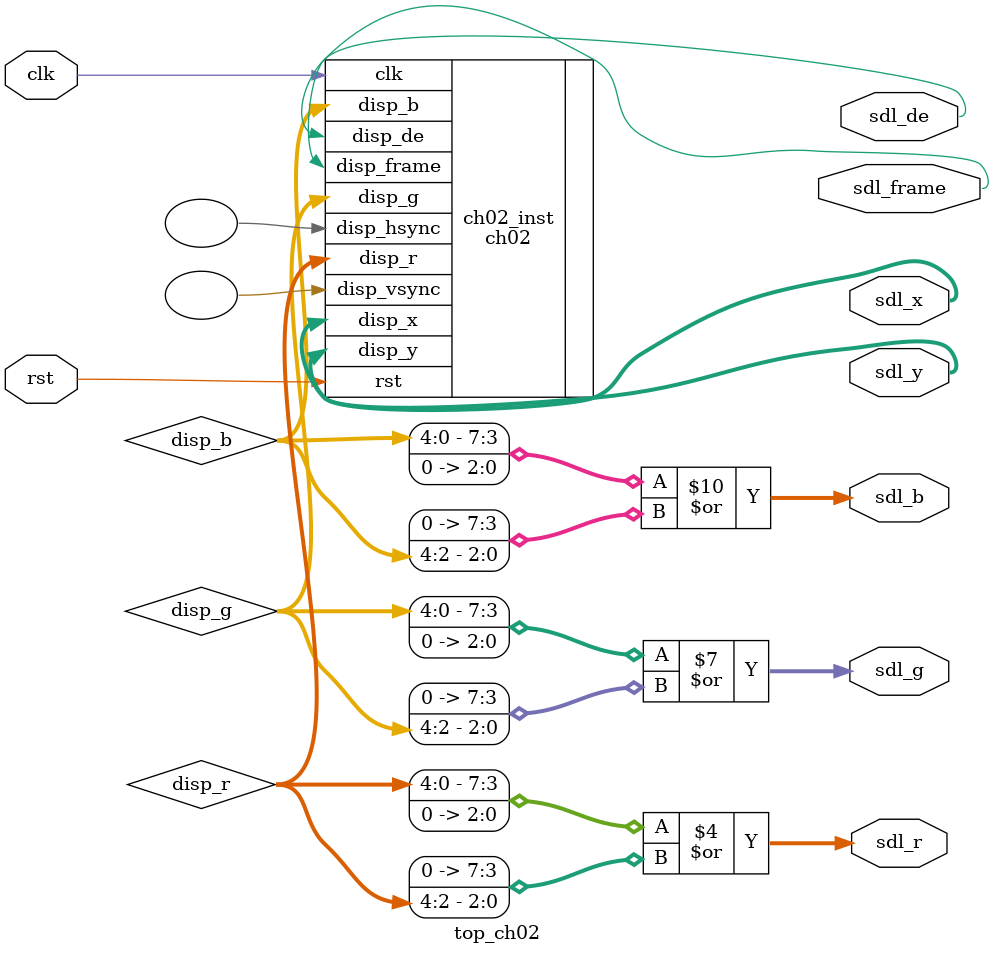
<source format=v>

`default_nettype none
`timescale 1ns / 1ps

module top_ch02 #(
    parameter BPC=5,           // system bits per colour channel
    parameter BPC_BOARD=8,     // board bits per colour channel
    parameter CORDW=16,        // signed coordinate width (bits)
    parameter DISPLAY_MODE=3,  // display mode 3: 672x384 (25 MHz)
    parameter BG_COLR='h0886   // background colour (RGB555)
    ) (
    input  wire clk,                      // sim clock
    input  wire rst,                      // sim reset
    output reg signed [CORDW-1:0] sdl_x,  // horizontal SDL position
    output reg signed [CORDW-1:0] sdl_y,  // vertical SDL position
    output reg sdl_de,                    // data enable (low in blanking interval)
    output reg sdl_frame,                 // high for one cycle at frame start
    output reg [BPC_BOARD-1:0] sdl_r,     // red video channel
    output reg [BPC_BOARD-1:0] sdl_g,     // green video channel
    output reg [BPC_BOARD-1:0] sdl_b      // blue video channel
    );

    localparam RES = "../../../res";  // resource path

    // 672x384 display with 336x192 4-bit canvas (crocus test)
    localparam FILE_BMAP  = {RES, "/bitmaps/crocus/crocus-336x192.mem"};
    localparam FILE_PAL   = {RES, "/bitmaps/crocus/crocus-336x192_palette.mem"};
    localparam CANV_BPP   = 4;        // bits per pixel (4=16 colour)
    localparam CANV_SCALE = 16'd2;    // scaling factor
    localparam WIN_WIDTH  = 16'd672;  // window width (pixel)
    localparam WIN_HEIGHT = 16'd384;  // window height (lines)
    localparam WIN_STARTX = 16'd0;    // window horizontal position (pixels)
    localparam WIN_STARTY = 16'd0;    // window vertical position (lines)

    // 672x384 display with 672x384 2-bit canvas (latency test)
    // localparam FILE_BMAP  = {RES, "/bitmaps/latency/latency.mem"};
    // localparam FILE_PAL   = {RES, "/bitmaps/latency/latency_palette.mem"};
    // localparam CANV_BPP   = 2;        // bits per pixel (2=4 colour)
    // localparam CANV_SCALE = 16'd1;    // scaling factor
    // localparam WIN_WIDTH  = 16'd672;  // window width (pixel)
    // localparam WIN_HEIGHT = 16'd384;  // window height (lines)
    // localparam WIN_STARTX = 16'd0;    // window horizontal position (pixels)
    // localparam WIN_STARTY = 16'd0;    // window vertical position (lines)

    // colour channel width adjustment for board display
    //   NB. this logic must be updated if you change BPC or BPC_Board
    wire [BPC-1:0] disp_r, disp_g, disp_b;
    always @(*) begin  // 5 to 8-bits per channel (BPC to BPC_Board)
        /* verilator lint_off WIDTHEXPAND */
        sdl_r = (disp_r << 3) | (disp_r >> 2);
        sdl_g = (disp_g << 3) | (disp_g >> 2);
        sdl_b = (disp_b << 3) | (disp_b >> 2);
        /* verilator lint_on WIDTHEXPAND */
    end


    ch02 #(
        .BPC(BPC),
        .CORDW(CORDW),
        .DISPLAY_MODE(DISPLAY_MODE),
        .BG_COLR(BG_COLR),
        .FILE_BMAP(FILE_BMAP),
        .FILE_PAL(FILE_PAL),
        .CANV_SCALE(CANV_SCALE),
        .CANV_BPP(CANV_BPP),
        .WIN_WIDTH(WIN_WIDTH),
        .WIN_HEIGHT(WIN_HEIGHT),
        .WIN_STARTX(WIN_STARTX),
        .WIN_STARTY(WIN_STARTY)
    ) ch02_inst (
        .clk(clk),
        .rst(rst),
        .disp_x(sdl_x),
        .disp_y(sdl_y),
        .disp_hsync(),
        .disp_vsync(),
        .disp_de(sdl_de),
        .disp_frame(sdl_frame),
        .disp_r(disp_r),
        .disp_g(disp_g),
        .disp_b(disp_b)
    );
endmodule

</source>
